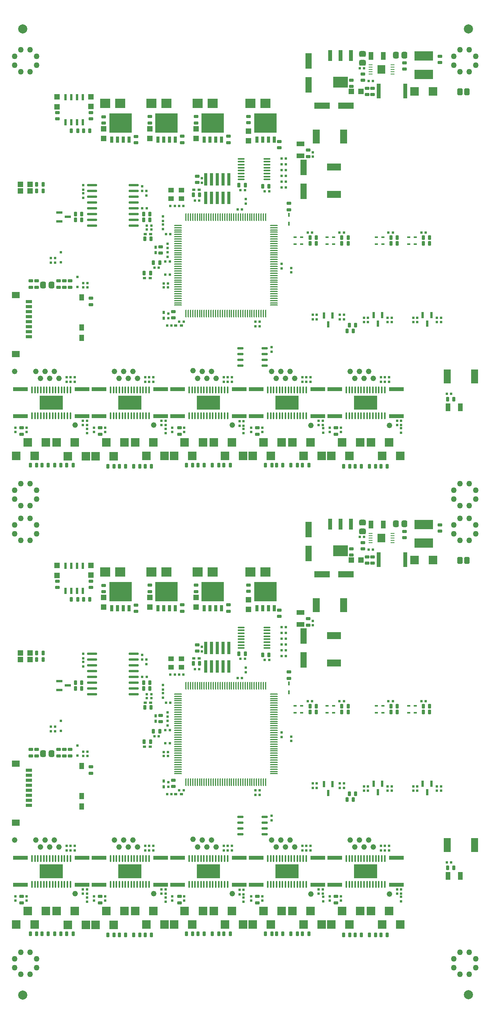
<source format=gtp>
G04 Layer_Color=8421504*
%FSLAX23Y23*%
%MOIN*%
G70*
G01*
G75*
G04:AMPARAMS|DCode=11|XSize=79mil|YSize=79mil|CornerRadius=39mil|HoleSize=0mil|Usage=FLASHONLY|Rotation=90.000|XOffset=0mil|YOffset=0mil|HoleType=Round|Shape=RoundedRectangle|*
%AMROUNDEDRECTD11*
21,1,0.079,0.000,0,0,90.0*
21,1,0.000,0.079,0,0,90.0*
1,1,0.079,0.000,0.000*
1,1,0.079,0.000,0.000*
1,1,0.079,0.000,0.000*
1,1,0.079,0.000,0.000*
%
%ADD11ROUNDEDRECTD11*%
%ADD21C,0.050*%
%ADD122R,0.050X0.040*%
G04:AMPARAMS|DCode=123|XSize=20mil|YSize=22mil|CornerRadius=3mil|HoleSize=0mil|Usage=FLASHONLY|Rotation=180.000|XOffset=0mil|YOffset=0mil|HoleType=Round|Shape=RoundedRectangle|*
%AMROUNDEDRECTD123*
21,1,0.020,0.015,0,0,180.0*
21,1,0.013,0.022,0,0,180.0*
1,1,0.007,-0.007,0.008*
1,1,0.007,0.007,0.008*
1,1,0.007,0.007,-0.008*
1,1,0.007,-0.007,-0.008*
%
%ADD123ROUNDEDRECTD123*%
%ADD124R,0.026X0.054*%
%ADD125R,0.195X0.168*%
G04:AMPARAMS|DCode=126|XSize=20mil|YSize=22mil|CornerRadius=3mil|HoleSize=0mil|Usage=FLASHONLY|Rotation=90.000|XOffset=0mil|YOffset=0mil|HoleType=Round|Shape=RoundedRectangle|*
%AMROUNDEDRECTD126*
21,1,0.020,0.015,0,0,90.0*
21,1,0.013,0.022,0,0,90.0*
1,1,0.007,0.008,0.007*
1,1,0.007,0.008,-0.007*
1,1,0.007,-0.008,-0.007*
1,1,0.007,-0.008,0.007*
%
%ADD126ROUNDEDRECTD126*%
G04:AMPARAMS|DCode=127|XSize=27mil|YSize=37mil|CornerRadius=5mil|HoleSize=0mil|Usage=FLASHONLY|Rotation=90.000|XOffset=0mil|YOffset=0mil|HoleType=Round|Shape=RoundedRectangle|*
%AMROUNDEDRECTD127*
21,1,0.027,0.028,0,0,90.0*
21,1,0.017,0.037,0,0,90.0*
1,1,0.010,0.014,0.009*
1,1,0.010,0.014,-0.009*
1,1,0.010,-0.014,-0.009*
1,1,0.010,-0.014,0.009*
%
%ADD127ROUNDEDRECTD127*%
G04:AMPARAMS|DCode=128|XSize=50mil|YSize=58mil|CornerRadius=12mil|HoleSize=0mil|Usage=FLASHONLY|Rotation=0.000|XOffset=0mil|YOffset=0mil|HoleType=Round|Shape=RoundedRectangle|*
%AMROUNDEDRECTD128*
21,1,0.050,0.034,0,0,0.0*
21,1,0.026,0.058,0,0,0.0*
1,1,0.024,0.013,-0.017*
1,1,0.024,-0.013,-0.017*
1,1,0.024,-0.013,0.017*
1,1,0.024,0.013,0.017*
%
%ADD128ROUNDEDRECTD128*%
%ADD129C,0.048*%
%ADD130O,0.010X0.069*%
%ADD131O,0.069X0.010*%
%ADD132R,0.128X0.033*%
G04:AMPARAMS|DCode=133|XSize=27mil|YSize=37mil|CornerRadius=5mil|HoleSize=0mil|Usage=FLASHONLY|Rotation=180.000|XOffset=0mil|YOffset=0mil|HoleType=Round|Shape=RoundedRectangle|*
%AMROUNDEDRECTD133*
21,1,0.027,0.028,0,0,180.0*
21,1,0.017,0.037,0,0,180.0*
1,1,0.010,-0.009,0.014*
1,1,0.010,0.009,0.014*
1,1,0.010,0.009,-0.014*
1,1,0.010,-0.009,-0.014*
%
%ADD133ROUNDEDRECTD133*%
%ADD134R,0.046X0.046*%
%ADD135O,0.057X0.022*%
%ADD136R,0.053X0.022*%
%ADD137R,0.046X0.046*%
%ADD138O,0.063X0.012*%
%ADD139R,0.089X0.083*%
%ADD140R,0.029X0.022*%
%ADD141R,0.022X0.029*%
%ADD142O,0.089X0.022*%
%ADD143R,0.022X0.053*%
%ADD144R,0.041X0.065*%
G04:AMPARAMS|DCode=145|XSize=50mil|YSize=58mil|CornerRadius=12mil|HoleSize=0mil|Usage=FLASHONLY|Rotation=90.000|XOffset=0mil|YOffset=0mil|HoleType=Round|Shape=RoundedRectangle|*
%AMROUNDEDRECTD145*
21,1,0.050,0.034,0,0,90.0*
21,1,0.026,0.058,0,0,90.0*
1,1,0.024,0.017,0.013*
1,1,0.024,0.017,-0.013*
1,1,0.024,-0.017,-0.013*
1,1,0.024,-0.017,0.013*
%
%ADD145ROUNDEDRECTD145*%
%ADD146R,0.066X0.073*%
%ADD147R,0.038X0.010*%
%ADD148R,0.033X0.128*%
%ADD149R,0.028X0.108*%
%ADD150R,0.037X0.092*%
%ADD151R,0.126X0.092*%
%ADD152R,0.012X0.033*%
%ADD153R,0.163X0.079*%
%ADD154R,0.077X0.077*%
%ADD155R,0.022X0.022*%
%ADD156R,0.132X0.053*%
%ADD157R,0.053X0.132*%
%ADD158R,0.026X0.018*%
%ADD159R,0.061X0.124*%
%ADD160R,0.124X0.061*%
%ADD161R,0.022X0.058*%
%ADD162R,0.065X0.041*%
G04:AMPARAMS|DCode=163|XSize=44mil|YSize=61mil|CornerRadius=11mil|HoleSize=0mil|Usage=FLASHONLY|Rotation=180.000|XOffset=0mil|YOffset=0mil|HoleType=Round|Shape=RoundedRectangle|*
%AMROUNDEDRECTD163*
21,1,0.044,0.040,0,0,180.0*
21,1,0.023,0.061,0,0,180.0*
1,1,0.021,-0.012,0.020*
1,1,0.021,0.012,0.020*
1,1,0.021,0.012,-0.020*
1,1,0.021,-0.012,-0.020*
%
%ADD163ROUNDEDRECTD163*%
%ADD164R,0.065X0.053*%
%ADD165R,0.043X0.057*%
%ADD166R,0.057X0.029*%
%ADD167O,0.012X0.065*%
%ADD168R,0.204X0.120*%
G36*
X2475Y3540D02*
Y3535D01*
X2453D01*
Y3540D01*
X2457Y3544D01*
X2471D01*
X2475Y3540D01*
D02*
G37*
G36*
X2513D02*
Y3535D01*
X2492D01*
Y3540D01*
X2496Y3544D01*
X2510D01*
X2513Y3540D01*
D02*
G37*
G36*
X2437Y3540D02*
Y3535D01*
X2423D01*
Y3544D01*
X2433D01*
X2437Y3540D01*
D02*
G37*
G36*
X2057Y3540D02*
Y3535D01*
X2036D01*
Y3540D01*
X2040Y3544D01*
X2054D01*
X2057Y3540D01*
D02*
G37*
G36*
X2087Y3535D02*
X2074D01*
Y3540D01*
X2078Y3544D01*
X2087D01*
Y3535D01*
D02*
G37*
G36*
X1541Y3649D02*
X1530D01*
Y3701D01*
X1541D01*
Y3649D01*
D02*
G37*
G36*
X1723D02*
X1713D01*
Y3701D01*
X1723D01*
Y3649D01*
D02*
G37*
G36*
X1325D02*
X1315D01*
Y3701D01*
X1325D01*
Y3649D01*
D02*
G37*
G36*
X2543Y3535D02*
X2530D01*
Y3540D01*
X2534Y3544D01*
X2543D01*
Y3535D01*
D02*
G37*
G36*
X1143Y3649D02*
X1132D01*
Y3701D01*
X1143D01*
Y3649D01*
D02*
G37*
G36*
X1288Y3535D02*
X1275D01*
Y3540D01*
X1279Y3544D01*
X1288D01*
Y3535D01*
D02*
G37*
G36*
X1581Y3540D02*
Y3535D01*
X1567D01*
Y3544D01*
X1576D01*
X1581Y3540D01*
D02*
G37*
G36*
X1258Y3540D02*
Y3535D01*
X1237D01*
Y3540D01*
X1241Y3544D01*
X1255D01*
X1258Y3540D01*
D02*
G37*
G36*
X1182Y3540D02*
Y3535D01*
X1168D01*
Y3544D01*
X1178D01*
X1182Y3540D01*
D02*
G37*
G36*
X1220Y3540D02*
Y3535D01*
X1198D01*
Y3540D01*
X1202Y3544D01*
X1216D01*
X1220Y3540D01*
D02*
G37*
G36*
X1982Y3540D02*
Y3535D01*
X1968D01*
Y3544D01*
X1977D01*
X1982Y3540D01*
D02*
G37*
G36*
X2019Y3540D02*
Y3535D01*
X1998D01*
Y3540D01*
X2002Y3544D01*
X2016D01*
X2019Y3540D01*
D02*
G37*
G36*
X1686Y3535D02*
X1673D01*
Y3540D01*
X1677Y3544D01*
X1686D01*
Y3535D01*
D02*
G37*
G36*
X1618Y3540D02*
Y3535D01*
X1597D01*
Y3540D01*
X1601Y3544D01*
X1615D01*
X1618Y3540D01*
D02*
G37*
G36*
X1656D02*
Y3535D01*
X1635D01*
Y3540D01*
X1639Y3544D01*
X1653D01*
X1656Y3540D01*
D02*
G37*
G36*
X2019Y3676D02*
X2016Y3673D01*
X2001D01*
X1997Y3677D01*
Y3701D01*
X2019D01*
Y3676D01*
D02*
G37*
G36*
X2057Y3677D02*
X2053Y3673D01*
X2039D01*
X2035Y3677D01*
Y3701D01*
X2057D01*
Y3677D01*
D02*
G37*
G36*
X1981Y3676D02*
X1978Y3673D01*
X1963D01*
X1959Y3677D01*
Y3701D01*
X1981D01*
Y3676D01*
D02*
G37*
G36*
X1656Y3677D02*
X1652Y3673D01*
X1638D01*
X1634Y3677D01*
Y3701D01*
X1656D01*
Y3677D01*
D02*
G37*
G36*
X1693D02*
X1690Y3673D01*
X1675D01*
X1671Y3677D01*
Y3701D01*
X1693D01*
Y3677D01*
D02*
G37*
G36*
X2513D02*
X2509Y3673D01*
X2495D01*
X2491Y3677D01*
Y3701D01*
X2513D01*
Y3677D01*
D02*
G37*
G36*
X2550D02*
X2547Y3673D01*
X2532D01*
X2528Y3677D01*
Y3701D01*
X2550D01*
Y3677D01*
D02*
G37*
G36*
X2475Y3676D02*
X2471Y3673D01*
X2456D01*
X2452Y3677D01*
Y3701D01*
X2475D01*
Y3676D01*
D02*
G37*
G36*
X2094Y3677D02*
X2091Y3673D01*
X2076D01*
X2072Y3677D01*
Y3701D01*
X2094D01*
Y3677D01*
D02*
G37*
G36*
X2437Y3676D02*
X2433Y3673D01*
X2418D01*
X2414Y3677D01*
Y3701D01*
X2437D01*
Y3676D01*
D02*
G37*
G36*
X2580Y3649D02*
X2570D01*
Y3701D01*
X2580D01*
Y3649D01*
D02*
G37*
G36*
X1182Y3676D02*
X1178Y3673D01*
X1163D01*
X1159Y3677D01*
Y3701D01*
X1182D01*
Y3676D01*
D02*
G37*
G36*
X2398Y3649D02*
X2387D01*
Y3701D01*
X2398D01*
Y3649D01*
D02*
G37*
G36*
X1942D02*
X1931D01*
Y3701D01*
X1942D01*
Y3649D01*
D02*
G37*
G36*
X2124D02*
X2114D01*
Y3701D01*
X2124D01*
Y3649D01*
D02*
G37*
G36*
X1580Y3676D02*
X1577Y3673D01*
X1562D01*
X1558Y3677D01*
Y3701D01*
X1580D01*
Y3676D01*
D02*
G37*
G36*
X1618D02*
X1615Y3673D01*
X1600D01*
X1596Y3677D01*
Y3701D01*
X1618D01*
Y3676D01*
D02*
G37*
G36*
X1295Y3677D02*
X1292Y3673D01*
X1277D01*
X1273Y3677D01*
Y3701D01*
X1295D01*
Y3677D01*
D02*
G37*
G36*
X1220Y3676D02*
X1216Y3673D01*
X1201D01*
X1197Y3677D01*
Y3701D01*
X1220D01*
Y3676D01*
D02*
G37*
G36*
X1258Y3677D02*
X1254Y3673D01*
X1240D01*
X1236Y3677D01*
Y3701D01*
X1258D01*
Y3677D01*
D02*
G37*
G36*
X2475Y7590D02*
Y7585D01*
X2453D01*
Y7590D01*
X2457Y7594D01*
X2471D01*
X2475Y7590D01*
D02*
G37*
G36*
X2513D02*
Y7585D01*
X2492D01*
Y7590D01*
X2496Y7594D01*
X2510D01*
X2513Y7590D01*
D02*
G37*
G36*
X2437Y7590D02*
Y7585D01*
X2423D01*
Y7594D01*
X2433D01*
X2437Y7590D01*
D02*
G37*
G36*
X2057Y7590D02*
Y7585D01*
X2036D01*
Y7590D01*
X2040Y7594D01*
X2054D01*
X2057Y7590D01*
D02*
G37*
G36*
X2087Y7585D02*
X2074D01*
Y7590D01*
X2078Y7594D01*
X2087D01*
Y7585D01*
D02*
G37*
G36*
X1541Y7699D02*
X1530D01*
Y7751D01*
X1541D01*
Y7699D01*
D02*
G37*
G36*
X1723D02*
X1713D01*
Y7751D01*
X1723D01*
Y7699D01*
D02*
G37*
G36*
X1325D02*
X1315D01*
Y7751D01*
X1325D01*
Y7699D01*
D02*
G37*
G36*
X2543Y7585D02*
X2530D01*
Y7590D01*
X2534Y7594D01*
X2543D01*
Y7585D01*
D02*
G37*
G36*
X1143Y7699D02*
X1132D01*
Y7751D01*
X1143D01*
Y7699D01*
D02*
G37*
G36*
X1288Y7585D02*
X1275D01*
Y7590D01*
X1279Y7594D01*
X1288D01*
Y7585D01*
D02*
G37*
G36*
X1581Y7590D02*
Y7585D01*
X1567D01*
Y7594D01*
X1576D01*
X1581Y7590D01*
D02*
G37*
G36*
X1258Y7590D02*
Y7585D01*
X1237D01*
Y7590D01*
X1241Y7594D01*
X1255D01*
X1258Y7590D01*
D02*
G37*
G36*
X1182Y7590D02*
Y7585D01*
X1168D01*
Y7594D01*
X1178D01*
X1182Y7590D01*
D02*
G37*
G36*
X1220Y7590D02*
Y7585D01*
X1198D01*
Y7590D01*
X1202Y7594D01*
X1216D01*
X1220Y7590D01*
D02*
G37*
G36*
X1982Y7590D02*
Y7585D01*
X1968D01*
Y7594D01*
X1977D01*
X1982Y7590D01*
D02*
G37*
G36*
X2019Y7590D02*
Y7585D01*
X1998D01*
Y7590D01*
X2002Y7594D01*
X2016D01*
X2019Y7590D01*
D02*
G37*
G36*
X1686Y7585D02*
X1673D01*
Y7590D01*
X1677Y7594D01*
X1686D01*
Y7585D01*
D02*
G37*
G36*
X1618Y7590D02*
Y7585D01*
X1597D01*
Y7590D01*
X1601Y7594D01*
X1615D01*
X1618Y7590D01*
D02*
G37*
G36*
X1656D02*
Y7585D01*
X1635D01*
Y7590D01*
X1639Y7594D01*
X1653D01*
X1656Y7590D01*
D02*
G37*
G36*
X2019Y7726D02*
X2016Y7723D01*
X2001D01*
X1997Y7727D01*
Y7751D01*
X2019D01*
Y7726D01*
D02*
G37*
G36*
X2057Y7727D02*
X2053Y7723D01*
X2039D01*
X2035Y7727D01*
Y7751D01*
X2057D01*
Y7727D01*
D02*
G37*
G36*
X1981Y7726D02*
X1978Y7723D01*
X1963D01*
X1959Y7727D01*
Y7751D01*
X1981D01*
Y7726D01*
D02*
G37*
G36*
X1656Y7727D02*
X1652Y7723D01*
X1638D01*
X1634Y7727D01*
Y7751D01*
X1656D01*
Y7727D01*
D02*
G37*
G36*
X1693D02*
X1690Y7723D01*
X1675D01*
X1671Y7727D01*
Y7751D01*
X1693D01*
Y7727D01*
D02*
G37*
G36*
X2513D02*
X2509Y7723D01*
X2495D01*
X2491Y7727D01*
Y7751D01*
X2513D01*
Y7727D01*
D02*
G37*
G36*
X2550D02*
X2547Y7723D01*
X2532D01*
X2528Y7727D01*
Y7751D01*
X2550D01*
Y7727D01*
D02*
G37*
G36*
X2475Y7726D02*
X2471Y7723D01*
X2456D01*
X2452Y7727D01*
Y7751D01*
X2475D01*
Y7726D01*
D02*
G37*
G36*
X2094Y7727D02*
X2091Y7723D01*
X2076D01*
X2072Y7727D01*
Y7751D01*
X2094D01*
Y7727D01*
D02*
G37*
G36*
X2437Y7726D02*
X2433Y7723D01*
X2418D01*
X2414Y7727D01*
Y7751D01*
X2437D01*
Y7726D01*
D02*
G37*
G36*
X2580Y7699D02*
X2570D01*
Y7751D01*
X2580D01*
Y7699D01*
D02*
G37*
G36*
X1182Y7726D02*
X1178Y7723D01*
X1163D01*
X1159Y7727D01*
Y7751D01*
X1182D01*
Y7726D01*
D02*
G37*
G36*
X2398Y7699D02*
X2387D01*
Y7751D01*
X2398D01*
Y7699D01*
D02*
G37*
G36*
X1942D02*
X1931D01*
Y7751D01*
X1942D01*
Y7699D01*
D02*
G37*
G36*
X2124D02*
X2114D01*
Y7751D01*
X2124D01*
Y7699D01*
D02*
G37*
G36*
X1580Y7726D02*
X1577Y7723D01*
X1562D01*
X1558Y7727D01*
Y7751D01*
X1580D01*
Y7726D01*
D02*
G37*
G36*
X1618D02*
X1615Y7723D01*
X1600D01*
X1596Y7727D01*
Y7751D01*
X1618D01*
Y7726D01*
D02*
G37*
G36*
X1295Y7727D02*
X1292Y7723D01*
X1277D01*
X1273Y7727D01*
Y7751D01*
X1295D01*
Y7727D01*
D02*
G37*
G36*
X1220Y7726D02*
X1216Y7723D01*
X1201D01*
X1197Y7727D01*
Y7751D01*
X1220D01*
Y7726D01*
D02*
G37*
G36*
X1258Y7727D02*
X1254Y7723D01*
X1240D01*
X1236Y7727D01*
Y7751D01*
X1258D01*
Y7727D01*
D02*
G37*
D11*
X381Y131D02*
D03*
X4240Y134D02*
D03*
Y8482D02*
D03*
X381D02*
D03*
D21*
X4301Y4117D02*
D03*
Y4195D02*
D03*
X4245Y4251D02*
D03*
X4167D02*
D03*
X4112Y4195D02*
D03*
Y4117D02*
D03*
X4167Y4062D02*
D03*
X4245D02*
D03*
X501Y4117D02*
D03*
Y4195D02*
D03*
X445Y4251D02*
D03*
X367D02*
D03*
X312Y4195D02*
D03*
Y4117D02*
D03*
X367Y4062D02*
D03*
X445D02*
D03*
X501Y367D02*
D03*
Y445D02*
D03*
X445Y501D02*
D03*
X367D02*
D03*
X312Y445D02*
D03*
Y367D02*
D03*
X367Y312D02*
D03*
X445D02*
D03*
X4301Y367D02*
D03*
Y445D02*
D03*
X4245Y501D02*
D03*
X4167D02*
D03*
X4112Y445D02*
D03*
Y367D02*
D03*
X4167Y312D02*
D03*
X4245D02*
D03*
X4301Y8167D02*
D03*
Y8245D02*
D03*
X4245Y8301D02*
D03*
X4167D02*
D03*
X4112Y8245D02*
D03*
Y8167D02*
D03*
X4167Y8112D02*
D03*
X4245D02*
D03*
X501Y8167D02*
D03*
Y8245D02*
D03*
X445Y8301D02*
D03*
X367D02*
D03*
X312Y8245D02*
D03*
Y8167D02*
D03*
X367Y8112D02*
D03*
X445D02*
D03*
X501Y4417D02*
D03*
Y4495D02*
D03*
X445Y4551D02*
D03*
X367D02*
D03*
X312Y4495D02*
D03*
Y4417D02*
D03*
X367Y4362D02*
D03*
X445D02*
D03*
X4301Y4417D02*
D03*
Y4495D02*
D03*
X4245Y4551D02*
D03*
X4167D02*
D03*
X4112Y4495D02*
D03*
Y4417D02*
D03*
X4167Y4362D02*
D03*
X4245D02*
D03*
D122*
X1666Y2965D02*
D03*
X1757D02*
D03*
Y3038D02*
D03*
X1666D02*
D03*
Y7015D02*
D03*
X1757D02*
D03*
Y7088D02*
D03*
X1666D02*
D03*
D123*
X1617Y2421D02*
D03*
X1655D02*
D03*
X2622Y3311D02*
D03*
X2660D02*
D03*
X2622Y3261D02*
D03*
X2660D02*
D03*
X2622Y3211D02*
D03*
X2660D02*
D03*
X2622Y3161D02*
D03*
X2660D02*
D03*
X2622Y3111D02*
D03*
X2660D02*
D03*
X2622Y3061D02*
D03*
X2660D02*
D03*
X3585Y2671D02*
D03*
X3547D02*
D03*
X3870D02*
D03*
X3832D02*
D03*
X1872Y2946D02*
D03*
X1910D02*
D03*
X1522Y2366D02*
D03*
X1560D02*
D03*
X1602Y2231D02*
D03*
X1640D02*
D03*
X2242Y2871D02*
D03*
X2280D02*
D03*
X1602Y2196D02*
D03*
X1640D02*
D03*
X1617Y2306D02*
D03*
X1655D02*
D03*
X1622Y2656D02*
D03*
X1660D02*
D03*
X3413Y3982D02*
D03*
X3376D02*
D03*
X3299Y4090D02*
D03*
X3337D02*
D03*
X1632Y1866D02*
D03*
X1670D02*
D03*
X1737Y1901D02*
D03*
X1775D02*
D03*
X2305Y3036D02*
D03*
X2267D02*
D03*
X2477Y3026D02*
D03*
X2515D02*
D03*
X3161Y2671D02*
D03*
X3123D02*
D03*
X2886D02*
D03*
X2848D02*
D03*
X1660Y2901D02*
D03*
X1698D02*
D03*
X1772D02*
D03*
X1735D02*
D03*
X1457Y2731D02*
D03*
X1495D02*
D03*
X1457Y2696D02*
D03*
X1495D02*
D03*
X4090Y1276D02*
D03*
X4052D02*
D03*
X1455Y2881D02*
D03*
X1417D02*
D03*
X1617Y6471D02*
D03*
X1655D02*
D03*
X2622Y7361D02*
D03*
X2660D02*
D03*
X2622Y7311D02*
D03*
X2660D02*
D03*
X2622Y7261D02*
D03*
X2660D02*
D03*
X2622Y7211D02*
D03*
X2660D02*
D03*
X2622Y7161D02*
D03*
X2660D02*
D03*
X2622Y7111D02*
D03*
X2660D02*
D03*
X3585Y6721D02*
D03*
X3547D02*
D03*
X3870D02*
D03*
X3832D02*
D03*
X1872Y6996D02*
D03*
X1910D02*
D03*
X1522Y6416D02*
D03*
X1560D02*
D03*
X1602Y6281D02*
D03*
X1640D02*
D03*
X2242Y6921D02*
D03*
X2280D02*
D03*
X1602Y6246D02*
D03*
X1640D02*
D03*
X1617Y6356D02*
D03*
X1655D02*
D03*
X1622Y6706D02*
D03*
X1660D02*
D03*
X3413Y8032D02*
D03*
X3376D02*
D03*
X3299Y8140D02*
D03*
X3337D02*
D03*
X1632Y5916D02*
D03*
X1670D02*
D03*
X1737Y5951D02*
D03*
X1775D02*
D03*
X2305Y7086D02*
D03*
X2267D02*
D03*
X2477Y7076D02*
D03*
X2515D02*
D03*
X3161Y6721D02*
D03*
X3123D02*
D03*
X2886D02*
D03*
X2848D02*
D03*
X1660Y6951D02*
D03*
X1698D02*
D03*
X1772D02*
D03*
X1735D02*
D03*
X1457Y6781D02*
D03*
X1495D02*
D03*
X1457Y6746D02*
D03*
X1495D02*
D03*
X4090Y5326D02*
D03*
X4052D02*
D03*
X1455Y6931D02*
D03*
X1417D02*
D03*
D124*
X2408Y3473D02*
D03*
X2458D02*
D03*
X2508D02*
D03*
X2558D02*
D03*
X1952D02*
D03*
X2002D02*
D03*
X2052D02*
D03*
X2102D02*
D03*
X1551D02*
D03*
X1601D02*
D03*
X1651D02*
D03*
X1701D02*
D03*
X1153D02*
D03*
X1203D02*
D03*
X1253D02*
D03*
X1303D02*
D03*
X2408Y7523D02*
D03*
X2458D02*
D03*
X2508D02*
D03*
X2558D02*
D03*
X1952D02*
D03*
X2002D02*
D03*
X2052D02*
D03*
X2102D02*
D03*
X1551D02*
D03*
X1601D02*
D03*
X1651D02*
D03*
X1701D02*
D03*
X1153D02*
D03*
X1203D02*
D03*
X1253D02*
D03*
X1303D02*
D03*
D125*
X2483Y3617D02*
D03*
X2027D02*
D03*
X1626D02*
D03*
X1228D02*
D03*
X2483Y7667D02*
D03*
X2027D02*
D03*
X1626D02*
D03*
X1228D02*
D03*
D126*
X661Y2412D02*
D03*
Y2450D02*
D03*
X2536Y1680D02*
D03*
Y1642D02*
D03*
X3335Y1934D02*
D03*
Y1896D02*
D03*
X3761Y1935D02*
D03*
Y1897D02*
D03*
X2891Y1960D02*
D03*
Y1922D02*
D03*
X3575Y1934D02*
D03*
Y1896D02*
D03*
X4001Y1935D02*
D03*
Y1897D02*
D03*
X3161Y1960D02*
D03*
Y1922D02*
D03*
X3370Y1896D02*
D03*
Y1934D02*
D03*
X3796Y1897D02*
D03*
Y1935D02*
D03*
X3540Y1896D02*
D03*
Y1934D02*
D03*
X3966Y1897D02*
D03*
Y1935D02*
D03*
X3126Y1922D02*
D03*
Y1960D02*
D03*
X1641Y1970D02*
D03*
Y1932D02*
D03*
X2311Y2960D02*
D03*
Y2922D02*
D03*
X2706Y2365D02*
D03*
Y2327D02*
D03*
X2396Y1862D02*
D03*
Y1900D02*
D03*
X1636Y2537D02*
D03*
Y2575D02*
D03*
X2431Y1862D02*
D03*
Y1900D02*
D03*
X2621Y2400D02*
D03*
Y2362D02*
D03*
X1636Y2500D02*
D03*
Y2462D02*
D03*
X1451Y3030D02*
D03*
Y2992D02*
D03*
X1416Y3032D02*
D03*
Y3070D02*
D03*
X906Y3042D02*
D03*
Y3080D02*
D03*
Y3010D02*
D03*
Y2972D02*
D03*
X761Y1420D02*
D03*
Y1382D02*
D03*
X796Y1420D02*
D03*
Y1382D02*
D03*
X319Y985D02*
D03*
Y947D02*
D03*
X831Y1420D02*
D03*
Y1382D02*
D03*
X904Y1045D02*
D03*
Y1007D02*
D03*
X417Y984D02*
D03*
Y946D02*
D03*
X1441Y1420D02*
D03*
Y1382D02*
D03*
X1476Y1420D02*
D03*
Y1382D02*
D03*
X999Y985D02*
D03*
Y947D02*
D03*
X1511Y1420D02*
D03*
Y1382D02*
D03*
X1582Y1044D02*
D03*
Y1006D02*
D03*
X1097Y984D02*
D03*
Y946D02*
D03*
X2801Y1420D02*
D03*
Y1382D02*
D03*
X2836Y1420D02*
D03*
Y1382D02*
D03*
X2359Y985D02*
D03*
Y947D02*
D03*
X2871Y1420D02*
D03*
Y1382D02*
D03*
X2944Y1045D02*
D03*
Y1007D02*
D03*
X2457Y984D02*
D03*
Y946D02*
D03*
X3481Y1420D02*
D03*
Y1382D02*
D03*
X3516Y1420D02*
D03*
Y1382D02*
D03*
X3039Y985D02*
D03*
Y947D02*
D03*
X3551Y1420D02*
D03*
Y1382D02*
D03*
X3621Y1045D02*
D03*
Y1007D02*
D03*
X3137Y984D02*
D03*
Y946D02*
D03*
X626Y2450D02*
D03*
Y2412D02*
D03*
X2260Y1002D02*
D03*
Y1040D02*
D03*
X1780Y947D02*
D03*
Y985D02*
D03*
X1675Y947D02*
D03*
Y985D02*
D03*
X2121Y1382D02*
D03*
Y1420D02*
D03*
X2156Y1382D02*
D03*
Y1420D02*
D03*
X2191Y1382D02*
D03*
Y1420D02*
D03*
X1931Y3140D02*
D03*
Y3102D02*
D03*
X939Y1045D02*
D03*
Y1007D02*
D03*
X1619Y1045D02*
D03*
Y1007D02*
D03*
X2979Y1045D02*
D03*
Y1007D02*
D03*
X3656Y1045D02*
D03*
Y1007D02*
D03*
X2294Y1040D02*
D03*
Y1002D02*
D03*
X1596Y2702D02*
D03*
Y2740D02*
D03*
Y2810D02*
D03*
Y2772D02*
D03*
X2891Y3327D02*
D03*
Y3365D02*
D03*
X2926Y1960D02*
D03*
Y1922D02*
D03*
X2294Y975D02*
D03*
Y937D02*
D03*
X939Y975D02*
D03*
Y937D02*
D03*
X1619Y975D02*
D03*
Y937D02*
D03*
X2981Y980D02*
D03*
Y942D02*
D03*
X3656Y980D02*
D03*
Y942D02*
D03*
X906Y2235D02*
D03*
Y2197D02*
D03*
X941Y2235D02*
D03*
Y2197D02*
D03*
X661Y6462D02*
D03*
Y6500D02*
D03*
X2536Y5730D02*
D03*
Y5692D02*
D03*
X3335Y5984D02*
D03*
Y5946D02*
D03*
X3761Y5985D02*
D03*
Y5947D02*
D03*
X2891Y6010D02*
D03*
Y5972D02*
D03*
X3575Y5984D02*
D03*
Y5946D02*
D03*
X4001Y5985D02*
D03*
Y5947D02*
D03*
X3161Y6010D02*
D03*
Y5972D02*
D03*
X3370Y5946D02*
D03*
Y5984D02*
D03*
X3796Y5947D02*
D03*
Y5985D02*
D03*
X3540Y5946D02*
D03*
Y5984D02*
D03*
X3966Y5947D02*
D03*
Y5985D02*
D03*
X3126Y5972D02*
D03*
Y6010D02*
D03*
X1641Y6020D02*
D03*
Y5982D02*
D03*
X2311Y7010D02*
D03*
Y6972D02*
D03*
X2706Y6415D02*
D03*
Y6377D02*
D03*
X2396Y5912D02*
D03*
Y5950D02*
D03*
X1636Y6587D02*
D03*
Y6625D02*
D03*
X2431Y5912D02*
D03*
Y5950D02*
D03*
X2621Y6450D02*
D03*
Y6412D02*
D03*
X1636Y6550D02*
D03*
Y6512D02*
D03*
X1451Y7080D02*
D03*
Y7042D02*
D03*
X1416Y7082D02*
D03*
Y7120D02*
D03*
X906Y7092D02*
D03*
Y7130D02*
D03*
Y7060D02*
D03*
Y7022D02*
D03*
X761Y5470D02*
D03*
Y5432D02*
D03*
X796Y5470D02*
D03*
Y5432D02*
D03*
X319Y5035D02*
D03*
Y4997D02*
D03*
X831Y5470D02*
D03*
Y5432D02*
D03*
X904Y5095D02*
D03*
Y5057D02*
D03*
X417Y5034D02*
D03*
Y4996D02*
D03*
X1441Y5470D02*
D03*
Y5432D02*
D03*
X1476Y5470D02*
D03*
Y5432D02*
D03*
X999Y5035D02*
D03*
Y4997D02*
D03*
X1511Y5470D02*
D03*
Y5432D02*
D03*
X1582Y5094D02*
D03*
Y5056D02*
D03*
X1097Y5034D02*
D03*
Y4996D02*
D03*
X2801Y5470D02*
D03*
Y5432D02*
D03*
X2836Y5470D02*
D03*
Y5432D02*
D03*
X2359Y5035D02*
D03*
Y4997D02*
D03*
X2871Y5470D02*
D03*
Y5432D02*
D03*
X2944Y5095D02*
D03*
Y5057D02*
D03*
X2457Y5034D02*
D03*
Y4996D02*
D03*
X3481Y5470D02*
D03*
Y5432D02*
D03*
X3516Y5470D02*
D03*
Y5432D02*
D03*
X3039Y5035D02*
D03*
Y4997D02*
D03*
X3551Y5470D02*
D03*
Y5432D02*
D03*
X3621Y5095D02*
D03*
Y5057D02*
D03*
X3137Y5034D02*
D03*
Y4996D02*
D03*
X626Y6500D02*
D03*
Y6462D02*
D03*
X2260Y5052D02*
D03*
Y5090D02*
D03*
X1780Y4997D02*
D03*
Y5035D02*
D03*
X1675Y4997D02*
D03*
Y5035D02*
D03*
X2121Y5432D02*
D03*
Y5470D02*
D03*
X2156Y5432D02*
D03*
Y5470D02*
D03*
X2191Y5432D02*
D03*
Y5470D02*
D03*
X1931Y7190D02*
D03*
Y7152D02*
D03*
X939Y5095D02*
D03*
Y5057D02*
D03*
X1619Y5095D02*
D03*
Y5057D02*
D03*
X2979Y5095D02*
D03*
Y5057D02*
D03*
X3656Y5095D02*
D03*
Y5057D02*
D03*
X2294Y5090D02*
D03*
Y5052D02*
D03*
X1596Y6752D02*
D03*
Y6790D02*
D03*
Y6860D02*
D03*
Y6822D02*
D03*
X2891Y7377D02*
D03*
Y7415D02*
D03*
X2926Y6010D02*
D03*
Y5972D02*
D03*
X2294Y5025D02*
D03*
Y4987D02*
D03*
X939Y5025D02*
D03*
Y4987D02*
D03*
X1619Y5025D02*
D03*
Y4987D02*
D03*
X2981Y5030D02*
D03*
Y4992D02*
D03*
X3656Y5030D02*
D03*
Y4992D02*
D03*
X906Y6285D02*
D03*
Y6247D02*
D03*
X941Y6285D02*
D03*
Y6247D02*
D03*
D127*
X791Y2253D02*
D03*
Y2199D02*
D03*
X741Y2253D02*
D03*
Y2199D02*
D03*
X451Y2199D02*
D03*
Y2253D02*
D03*
X501Y2199D02*
D03*
Y2253D02*
D03*
X691Y2199D02*
D03*
Y2253D02*
D03*
X2686Y2923D02*
D03*
Y2869D02*
D03*
X2602Y3459D02*
D03*
Y3405D02*
D03*
X2162Y3503D02*
D03*
Y3449D02*
D03*
X1762Y3503D02*
D03*
Y3449D02*
D03*
X1362Y3502D02*
D03*
Y3448D02*
D03*
X2337Y3674D02*
D03*
Y3620D02*
D03*
X1881Y3673D02*
D03*
Y3619D02*
D03*
X1481Y3673D02*
D03*
Y3619D02*
D03*
X1081Y3672D02*
D03*
Y3618D02*
D03*
X971Y3654D02*
D03*
Y3708D02*
D03*
X681Y3654D02*
D03*
Y3708D02*
D03*
X3994Y4140D02*
D03*
Y4194D02*
D03*
X3685Y4083D02*
D03*
Y4136D02*
D03*
X3325Y4040D02*
D03*
Y3987D02*
D03*
X3409Y3863D02*
D03*
Y3916D02*
D03*
X3226Y3988D02*
D03*
Y3934D02*
D03*
X3361Y3918D02*
D03*
Y3864D02*
D03*
X1686Y1934D02*
D03*
Y1988D02*
D03*
X1576Y2494D02*
D03*
Y2548D02*
D03*
X1891Y3104D02*
D03*
Y3158D02*
D03*
X1739Y983D02*
D03*
Y929D02*
D03*
X374Y983D02*
D03*
Y929D02*
D03*
X1054Y983D02*
D03*
Y929D02*
D03*
X2414Y983D02*
D03*
Y929D02*
D03*
X3094Y983D02*
D03*
Y929D02*
D03*
X2851Y3383D02*
D03*
Y3329D02*
D03*
X971Y2049D02*
D03*
Y2103D02*
D03*
X791Y6303D02*
D03*
Y6249D02*
D03*
X741Y6303D02*
D03*
Y6249D02*
D03*
X451Y6249D02*
D03*
Y6303D02*
D03*
X501Y6249D02*
D03*
Y6303D02*
D03*
X691Y6249D02*
D03*
Y6303D02*
D03*
X2686Y6973D02*
D03*
Y6919D02*
D03*
X2602Y7509D02*
D03*
Y7455D02*
D03*
X2162Y7553D02*
D03*
Y7499D02*
D03*
X1762Y7553D02*
D03*
Y7499D02*
D03*
X1362Y7552D02*
D03*
Y7498D02*
D03*
X2337Y7724D02*
D03*
Y7670D02*
D03*
X1881Y7723D02*
D03*
Y7669D02*
D03*
X1481Y7723D02*
D03*
Y7669D02*
D03*
X1081Y7722D02*
D03*
Y7668D02*
D03*
X971Y7704D02*
D03*
Y7758D02*
D03*
X681Y7704D02*
D03*
Y7758D02*
D03*
X3994Y8190D02*
D03*
Y8244D02*
D03*
X3685Y8133D02*
D03*
Y8186D02*
D03*
X3325Y8090D02*
D03*
Y8037D02*
D03*
X3409Y7913D02*
D03*
Y7966D02*
D03*
X3226Y8038D02*
D03*
Y7984D02*
D03*
X3361Y7968D02*
D03*
Y7914D02*
D03*
X1686Y5984D02*
D03*
Y6038D02*
D03*
X1576Y6544D02*
D03*
Y6598D02*
D03*
X1891Y7154D02*
D03*
Y7208D02*
D03*
X1739Y5033D02*
D03*
Y4979D02*
D03*
X374Y5033D02*
D03*
Y4979D02*
D03*
X1054Y5033D02*
D03*
Y4979D02*
D03*
X2414Y5033D02*
D03*
Y4979D02*
D03*
X3094Y5033D02*
D03*
Y4979D02*
D03*
X2851Y7433D02*
D03*
Y7379D02*
D03*
X971Y6099D02*
D03*
Y6153D02*
D03*
D128*
X559Y2216D02*
D03*
X634D02*
D03*
X3687Y4205D02*
D03*
X3611D02*
D03*
X559Y6266D02*
D03*
X634D02*
D03*
X3687Y8255D02*
D03*
X3611D02*
D03*
D129*
X3416Y1411D02*
D03*
X3376Y1471D02*
D03*
X3296D02*
D03*
X3336Y1411D02*
D03*
X3256D02*
D03*
X3216Y1471D02*
D03*
X2736Y1411D02*
D03*
X2656D02*
D03*
X2696Y1471D02*
D03*
X2616D02*
D03*
X2576Y1411D02*
D03*
X2536Y1471D02*
D03*
X2056Y1411D02*
D03*
X2016Y1471D02*
D03*
X1976Y1411D02*
D03*
X1896D02*
D03*
X1936Y1471D02*
D03*
X1856Y1476D02*
D03*
X1216Y1411D02*
D03*
X1296D02*
D03*
X1376D02*
D03*
X1336Y1471D02*
D03*
X1256D02*
D03*
X1176D02*
D03*
X496D02*
D03*
X576D02*
D03*
X536Y1411D02*
D03*
X616D02*
D03*
X696D02*
D03*
X656Y1471D02*
D03*
X311D02*
D03*
X2196Y1006D02*
D03*
X3556Y1005D02*
D03*
X2876D02*
D03*
X1517Y1007D02*
D03*
X836Y1006D02*
D03*
X3416Y5461D02*
D03*
X3376Y5521D02*
D03*
X3296D02*
D03*
X3336Y5461D02*
D03*
X3256D02*
D03*
X3216Y5521D02*
D03*
X2736Y5461D02*
D03*
X2656D02*
D03*
X2696Y5521D02*
D03*
X2616D02*
D03*
X2576Y5461D02*
D03*
X2536Y5521D02*
D03*
X2056Y5461D02*
D03*
X2016Y5521D02*
D03*
X1976Y5461D02*
D03*
X1896D02*
D03*
X1936Y5521D02*
D03*
X1856Y5526D02*
D03*
X1216Y5461D02*
D03*
X1296D02*
D03*
X1376D02*
D03*
X1336Y5521D02*
D03*
X1256D02*
D03*
X1176D02*
D03*
X496D02*
D03*
X576D02*
D03*
X536Y5461D02*
D03*
X616D02*
D03*
X696D02*
D03*
X656Y5521D02*
D03*
X311D02*
D03*
X2196Y5056D02*
D03*
X3556Y5055D02*
D03*
X2876D02*
D03*
X1517Y5057D02*
D03*
X836Y5056D02*
D03*
D130*
X2486Y2803D02*
D03*
X2466D02*
D03*
X2446D02*
D03*
X2427D02*
D03*
X2407D02*
D03*
X2387D02*
D03*
X2367D02*
D03*
X2348D02*
D03*
X2328D02*
D03*
X2308D02*
D03*
X2289D02*
D03*
X2269D02*
D03*
X2249D02*
D03*
X2230D02*
D03*
X2210D02*
D03*
X2190D02*
D03*
X2171D02*
D03*
X2151D02*
D03*
X2131D02*
D03*
X2112D02*
D03*
X2092D02*
D03*
X2072D02*
D03*
X2053D02*
D03*
X2033D02*
D03*
X2013D02*
D03*
X1993D02*
D03*
X1974D02*
D03*
X1954D02*
D03*
X1934D02*
D03*
X1915D02*
D03*
X1895D02*
D03*
X1875D02*
D03*
X1856D02*
D03*
X1836D02*
D03*
X1816D02*
D03*
X1797D02*
D03*
Y1972D02*
D03*
X1816D02*
D03*
X1836D02*
D03*
X1856D02*
D03*
X1875D02*
D03*
X1895D02*
D03*
X1915D02*
D03*
X1934D02*
D03*
X1954D02*
D03*
X1974D02*
D03*
X1993D02*
D03*
X2013D02*
D03*
X2033D02*
D03*
X2053D02*
D03*
X2072D02*
D03*
X2092D02*
D03*
X2112D02*
D03*
X2131D02*
D03*
X2151D02*
D03*
X2171D02*
D03*
X2190D02*
D03*
X2210D02*
D03*
X2230D02*
D03*
X2249D02*
D03*
X2269D02*
D03*
X2289D02*
D03*
X2308D02*
D03*
X2328D02*
D03*
X2348D02*
D03*
X2367D02*
D03*
X2387D02*
D03*
X2407D02*
D03*
X2427D02*
D03*
X2446D02*
D03*
X2466D02*
D03*
X2486D02*
D03*
Y6853D02*
D03*
X2466D02*
D03*
X2446D02*
D03*
X2427D02*
D03*
X2407D02*
D03*
X2387D02*
D03*
X2367D02*
D03*
X2348D02*
D03*
X2328D02*
D03*
X2308D02*
D03*
X2289D02*
D03*
X2269D02*
D03*
X2249D02*
D03*
X2230D02*
D03*
X2210D02*
D03*
X2190D02*
D03*
X2171D02*
D03*
X2151D02*
D03*
X2131D02*
D03*
X2112D02*
D03*
X2092D02*
D03*
X2072D02*
D03*
X2053D02*
D03*
X2033D02*
D03*
X2013D02*
D03*
X1993D02*
D03*
X1974D02*
D03*
X1954D02*
D03*
X1934D02*
D03*
X1915D02*
D03*
X1895D02*
D03*
X1875D02*
D03*
X1856D02*
D03*
X1836D02*
D03*
X1816D02*
D03*
X1797D02*
D03*
Y6022D02*
D03*
X1816D02*
D03*
X1836D02*
D03*
X1856D02*
D03*
X1875D02*
D03*
X1895D02*
D03*
X1915D02*
D03*
X1934D02*
D03*
X1954D02*
D03*
X1974D02*
D03*
X1993D02*
D03*
X2013D02*
D03*
X2033D02*
D03*
X2053D02*
D03*
X2072D02*
D03*
X2092D02*
D03*
X2112D02*
D03*
X2131D02*
D03*
X2151D02*
D03*
X2171D02*
D03*
X2190D02*
D03*
X2210D02*
D03*
X2230D02*
D03*
X2249D02*
D03*
X2269D02*
D03*
X2289D02*
D03*
X2308D02*
D03*
X2328D02*
D03*
X2348D02*
D03*
X2367D02*
D03*
X2387D02*
D03*
X2407D02*
D03*
X2427D02*
D03*
X2446D02*
D03*
X2466D02*
D03*
X2486D02*
D03*
D131*
X1726Y2732D02*
D03*
Y2712D02*
D03*
Y2692D02*
D03*
Y2673D02*
D03*
Y2653D02*
D03*
Y2633D02*
D03*
Y2614D02*
D03*
Y2594D02*
D03*
Y2574D02*
D03*
Y2555D02*
D03*
Y2535D02*
D03*
Y2515D02*
D03*
Y2495D02*
D03*
Y2476D02*
D03*
Y2456D02*
D03*
Y2436D02*
D03*
Y2417D02*
D03*
Y2397D02*
D03*
Y2377D02*
D03*
Y2358D02*
D03*
Y2338D02*
D03*
Y2318D02*
D03*
Y2299D02*
D03*
Y2279D02*
D03*
Y2259D02*
D03*
Y2240D02*
D03*
Y2220D02*
D03*
Y2200D02*
D03*
Y2181D02*
D03*
Y2161D02*
D03*
Y2141D02*
D03*
Y2121D02*
D03*
Y2102D02*
D03*
Y2082D02*
D03*
Y2062D02*
D03*
Y2043D02*
D03*
X2556D02*
D03*
Y2062D02*
D03*
Y2082D02*
D03*
Y2102D02*
D03*
Y2121D02*
D03*
Y2141D02*
D03*
Y2161D02*
D03*
Y2181D02*
D03*
Y2200D02*
D03*
Y2220D02*
D03*
Y2240D02*
D03*
Y2259D02*
D03*
Y2279D02*
D03*
Y2299D02*
D03*
Y2318D02*
D03*
Y2338D02*
D03*
Y2358D02*
D03*
Y2377D02*
D03*
Y2397D02*
D03*
Y2417D02*
D03*
Y2436D02*
D03*
Y2456D02*
D03*
Y2476D02*
D03*
Y2495D02*
D03*
Y2515D02*
D03*
Y2535D02*
D03*
Y2555D02*
D03*
Y2574D02*
D03*
Y2594D02*
D03*
Y2614D02*
D03*
Y2633D02*
D03*
Y2653D02*
D03*
Y2673D02*
D03*
Y2692D02*
D03*
Y2712D02*
D03*
Y2732D02*
D03*
X1726Y6782D02*
D03*
Y6762D02*
D03*
Y6742D02*
D03*
Y6723D02*
D03*
Y6703D02*
D03*
Y6683D02*
D03*
Y6664D02*
D03*
Y6644D02*
D03*
Y6624D02*
D03*
Y6605D02*
D03*
Y6585D02*
D03*
Y6565D02*
D03*
Y6545D02*
D03*
Y6526D02*
D03*
Y6506D02*
D03*
Y6486D02*
D03*
Y6467D02*
D03*
Y6447D02*
D03*
Y6427D02*
D03*
Y6408D02*
D03*
Y6388D02*
D03*
Y6368D02*
D03*
Y6349D02*
D03*
Y6329D02*
D03*
Y6309D02*
D03*
Y6290D02*
D03*
Y6270D02*
D03*
Y6250D02*
D03*
Y6231D02*
D03*
Y6211D02*
D03*
Y6191D02*
D03*
Y6171D02*
D03*
Y6152D02*
D03*
Y6132D02*
D03*
Y6112D02*
D03*
Y6093D02*
D03*
X2556D02*
D03*
Y6112D02*
D03*
Y6132D02*
D03*
Y6152D02*
D03*
Y6171D02*
D03*
Y6191D02*
D03*
Y6211D02*
D03*
Y6231D02*
D03*
Y6250D02*
D03*
Y6270D02*
D03*
Y6290D02*
D03*
Y6309D02*
D03*
Y6329D02*
D03*
Y6349D02*
D03*
Y6368D02*
D03*
Y6388D02*
D03*
Y6408D02*
D03*
Y6427D02*
D03*
Y6447D02*
D03*
Y6467D02*
D03*
Y6486D02*
D03*
Y6506D02*
D03*
Y6526D02*
D03*
Y6545D02*
D03*
Y6565D02*
D03*
Y6585D02*
D03*
Y6605D02*
D03*
Y6624D02*
D03*
Y6644D02*
D03*
Y6664D02*
D03*
Y6683D02*
D03*
Y6703D02*
D03*
Y6723D02*
D03*
Y6742D02*
D03*
Y6762D02*
D03*
Y6782D02*
D03*
D132*
X1721Y1085D02*
D03*
Y1317D02*
D03*
X2256Y1085D02*
D03*
Y1317D02*
D03*
X3081Y1085D02*
D03*
Y1317D02*
D03*
X2401Y1085D02*
D03*
Y1317D02*
D03*
X1041Y1085D02*
D03*
Y1317D02*
D03*
X361Y1085D02*
D03*
Y1317D02*
D03*
X3616Y1085D02*
D03*
Y1317D02*
D03*
X2936Y1085D02*
D03*
Y1317D02*
D03*
X1576Y1085D02*
D03*
Y1317D02*
D03*
X896Y1085D02*
D03*
Y1317D02*
D03*
X1721Y5135D02*
D03*
Y5367D02*
D03*
X2256Y5135D02*
D03*
Y5367D02*
D03*
X3081Y5135D02*
D03*
Y5367D02*
D03*
X2401Y5135D02*
D03*
Y5367D02*
D03*
X1041Y5135D02*
D03*
Y5367D02*
D03*
X361Y5135D02*
D03*
Y5367D02*
D03*
X3616Y5135D02*
D03*
Y5367D02*
D03*
X2936Y5135D02*
D03*
Y5367D02*
D03*
X1576Y5135D02*
D03*
Y5367D02*
D03*
X896Y5135D02*
D03*
Y5367D02*
D03*
D133*
X3569Y2626D02*
D03*
X3622D02*
D03*
X3849D02*
D03*
X3902D02*
D03*
X2870Y2626D02*
D03*
X2924D02*
D03*
X3144Y2626D02*
D03*
X3198D02*
D03*
X3569Y2576D02*
D03*
X3623D02*
D03*
X3848Y2576D02*
D03*
X3902D02*
D03*
X2870Y2576D02*
D03*
X2924D02*
D03*
X3144Y2576D02*
D03*
X3198D02*
D03*
X504Y3031D02*
D03*
X558D02*
D03*
X504Y3086D02*
D03*
X558D02*
D03*
X909Y3551D02*
D03*
X963D02*
D03*
X804D02*
D03*
X858D02*
D03*
X503Y661D02*
D03*
X449D02*
D03*
X603D02*
D03*
X549D02*
D03*
X764D02*
D03*
X818D02*
D03*
X713D02*
D03*
X659D02*
D03*
X1173Y652D02*
D03*
X1120D02*
D03*
X1273D02*
D03*
X1220D02*
D03*
X1444Y651D02*
D03*
X1497D02*
D03*
X1397D02*
D03*
X1344D02*
D03*
X2538Y661D02*
D03*
X2484D02*
D03*
X2633D02*
D03*
X2579D02*
D03*
X2804D02*
D03*
X2858D02*
D03*
X2758D02*
D03*
X2704D02*
D03*
X3213Y652D02*
D03*
X3160D02*
D03*
X3313D02*
D03*
X3260D02*
D03*
X3484Y651D02*
D03*
X3537D02*
D03*
X3437D02*
D03*
X3384D02*
D03*
X1913Y2996D02*
D03*
X1859D02*
D03*
X1568Y2411D02*
D03*
X1514D02*
D03*
X1488Y2321D02*
D03*
X1434D02*
D03*
X1493Y2616D02*
D03*
X1439D02*
D03*
X2308Y3081D02*
D03*
X2254D02*
D03*
X2459Y3071D02*
D03*
X2513D02*
D03*
X1899Y661D02*
D03*
X1953D02*
D03*
X2024D02*
D03*
X2078D02*
D03*
X2178D02*
D03*
X2124D02*
D03*
X1799D02*
D03*
X1853D02*
D03*
X1483Y2781D02*
D03*
X1429D02*
D03*
X1483Y2831D02*
D03*
X1429D02*
D03*
X893D02*
D03*
X839D02*
D03*
X893Y2781D02*
D03*
X839D02*
D03*
X4059Y1231D02*
D03*
X4113D02*
D03*
X3263Y1871D02*
D03*
X3209D02*
D03*
X3243Y1821D02*
D03*
X3189D02*
D03*
X3569Y6676D02*
D03*
X3622D02*
D03*
X3849D02*
D03*
X3902D02*
D03*
X2870Y6676D02*
D03*
X2924D02*
D03*
X3144Y6676D02*
D03*
X3198D02*
D03*
X3569Y6626D02*
D03*
X3623D02*
D03*
X3848Y6626D02*
D03*
X3902D02*
D03*
X2870Y6626D02*
D03*
X2924D02*
D03*
X3144Y6626D02*
D03*
X3198D02*
D03*
X504Y7081D02*
D03*
X558D02*
D03*
X504Y7136D02*
D03*
X558D02*
D03*
X909Y7601D02*
D03*
X963D02*
D03*
X804D02*
D03*
X858D02*
D03*
X503Y4711D02*
D03*
X449D02*
D03*
X603D02*
D03*
X549D02*
D03*
X764D02*
D03*
X818D02*
D03*
X713D02*
D03*
X659D02*
D03*
X1173Y4702D02*
D03*
X1120D02*
D03*
X1273D02*
D03*
X1220D02*
D03*
X1444Y4701D02*
D03*
X1497D02*
D03*
X1397D02*
D03*
X1344D02*
D03*
X2538Y4711D02*
D03*
X2484D02*
D03*
X2633D02*
D03*
X2579D02*
D03*
X2804D02*
D03*
X2858D02*
D03*
X2758D02*
D03*
X2704D02*
D03*
X3213Y4702D02*
D03*
X3160D02*
D03*
X3313D02*
D03*
X3260D02*
D03*
X3484Y4701D02*
D03*
X3537D02*
D03*
X3437D02*
D03*
X3384D02*
D03*
X1913Y7046D02*
D03*
X1859D02*
D03*
X1568Y6461D02*
D03*
X1514D02*
D03*
X1488Y6371D02*
D03*
X1434D02*
D03*
X1493Y6666D02*
D03*
X1439D02*
D03*
X2308Y7131D02*
D03*
X2254D02*
D03*
X2459Y7121D02*
D03*
X2513D02*
D03*
X1899Y4711D02*
D03*
X1953D02*
D03*
X2024D02*
D03*
X2078D02*
D03*
X2178D02*
D03*
X2124D02*
D03*
X1799D02*
D03*
X1853D02*
D03*
X1483Y6831D02*
D03*
X1429D02*
D03*
X1483Y6881D02*
D03*
X1429D02*
D03*
X893D02*
D03*
X839D02*
D03*
X893Y6831D02*
D03*
X839D02*
D03*
X4059Y5281D02*
D03*
X4113D02*
D03*
X3263Y5921D02*
D03*
X3209D02*
D03*
X3243Y5871D02*
D03*
X3189D02*
D03*
D134*
X364Y3031D02*
D03*
X447D02*
D03*
X364Y3086D02*
D03*
X447D02*
D03*
X3308Y3891D02*
D03*
X3225D02*
D03*
X364Y7081D02*
D03*
X447D02*
D03*
X364Y7136D02*
D03*
X447D02*
D03*
X3308Y7941D02*
D03*
X3225D02*
D03*
D135*
X2265Y1671D02*
D03*
Y1621D02*
D03*
Y1571D02*
D03*
Y1521D02*
D03*
X2477Y1671D02*
D03*
Y1621D02*
D03*
Y1571D02*
D03*
Y1521D02*
D03*
X2265Y5721D02*
D03*
Y5671D02*
D03*
Y5621D02*
D03*
Y5571D02*
D03*
X2477Y5721D02*
D03*
Y5671D02*
D03*
Y5621D02*
D03*
Y5571D02*
D03*
D136*
X700Y2769D02*
D03*
Y2844D02*
D03*
X774Y2806D02*
D03*
X700Y6819D02*
D03*
Y6894D02*
D03*
X774Y6856D02*
D03*
D137*
X680Y3843D02*
D03*
Y3759D02*
D03*
X971Y3843D02*
D03*
Y3760D02*
D03*
X1081Y3484D02*
D03*
Y3567D02*
D03*
X1481Y3484D02*
D03*
Y3567D02*
D03*
X1881Y3484D02*
D03*
Y3567D02*
D03*
X2337Y3465D02*
D03*
Y3548D02*
D03*
X680Y7893D02*
D03*
Y7809D02*
D03*
X971Y7893D02*
D03*
Y7810D02*
D03*
X1081Y7534D02*
D03*
Y7617D02*
D03*
X1481Y7534D02*
D03*
Y7617D02*
D03*
X1881Y7534D02*
D03*
Y7617D02*
D03*
X2337Y7515D02*
D03*
Y7598D02*
D03*
D138*
X2495Y3130D02*
D03*
Y3155D02*
D03*
Y3181D02*
D03*
Y3206D02*
D03*
Y3232D02*
D03*
Y3257D02*
D03*
Y3283D02*
D03*
Y3309D02*
D03*
X2272Y3130D02*
D03*
Y3155D02*
D03*
Y3181D02*
D03*
Y3206D02*
D03*
Y3232D02*
D03*
Y3257D02*
D03*
Y3283D02*
D03*
Y3309D02*
D03*
X2495Y7180D02*
D03*
Y7205D02*
D03*
Y7231D02*
D03*
Y7256D02*
D03*
Y7282D02*
D03*
Y7307D02*
D03*
Y7333D02*
D03*
Y7359D02*
D03*
X2272Y7180D02*
D03*
Y7205D02*
D03*
Y7231D02*
D03*
Y7256D02*
D03*
Y7282D02*
D03*
Y7307D02*
D03*
Y7333D02*
D03*
Y7359D02*
D03*
D139*
X1225Y3786D02*
D03*
X1097D02*
D03*
X1625D02*
D03*
X1497D02*
D03*
X2025D02*
D03*
X1897D02*
D03*
X2481Y3787D02*
D03*
X2353D02*
D03*
X1225Y7836D02*
D03*
X1097D02*
D03*
X1625D02*
D03*
X1497D02*
D03*
X2025D02*
D03*
X1897D02*
D03*
X2481Y7837D02*
D03*
X2353D02*
D03*
D140*
X1862Y3041D02*
D03*
X1910D02*
D03*
X1437Y2276D02*
D03*
X1485D02*
D03*
X1442Y2656D02*
D03*
X1490D02*
D03*
X1707Y1866D02*
D03*
X1755D02*
D03*
X1862Y7091D02*
D03*
X1910D02*
D03*
X1437Y6326D02*
D03*
X1485D02*
D03*
X1442Y6706D02*
D03*
X1490D02*
D03*
X1707Y5916D02*
D03*
X1755D02*
D03*
D141*
X1601Y1980D02*
D03*
Y1932D02*
D03*
X1531Y2497D02*
D03*
Y2545D02*
D03*
X1601Y6030D02*
D03*
Y5982D02*
D03*
X1531Y6547D02*
D03*
Y6595D02*
D03*
D142*
X981Y3081D02*
D03*
Y3031D02*
D03*
Y2981D02*
D03*
Y2931D02*
D03*
Y2881D02*
D03*
Y2831D02*
D03*
Y2781D02*
D03*
Y2731D02*
D03*
X1341Y3081D02*
D03*
Y3031D02*
D03*
Y2981D02*
D03*
Y2931D02*
D03*
Y2881D02*
D03*
Y2831D02*
D03*
Y2781D02*
D03*
Y2731D02*
D03*
X981Y7131D02*
D03*
Y7081D02*
D03*
Y7031D02*
D03*
Y6981D02*
D03*
Y6931D02*
D03*
Y6881D02*
D03*
Y6831D02*
D03*
Y6781D02*
D03*
X1341Y7131D02*
D03*
Y7081D02*
D03*
Y7031D02*
D03*
Y6981D02*
D03*
Y6931D02*
D03*
Y6881D02*
D03*
Y6831D02*
D03*
Y6781D02*
D03*
D143*
X3064Y1954D02*
D03*
X2989D02*
D03*
X3026Y1879D02*
D03*
X3919Y1959D02*
D03*
X3844D02*
D03*
X3881Y1884D02*
D03*
X3492Y1957D02*
D03*
X3418D02*
D03*
X3455Y1883D02*
D03*
X3064Y6004D02*
D03*
X2989D02*
D03*
X3026Y5929D02*
D03*
X3919Y6009D02*
D03*
X3844D02*
D03*
X3881Y5934D02*
D03*
X3492Y6007D02*
D03*
X3418D02*
D03*
X3455Y5933D02*
D03*
D144*
X3503Y4199D02*
D03*
X3396D02*
D03*
X4064Y1161D02*
D03*
X4168D02*
D03*
X3503Y8249D02*
D03*
X3396D02*
D03*
X4064Y5211D02*
D03*
X4168D02*
D03*
D145*
X3322Y4138D02*
D03*
Y4214D02*
D03*
Y8188D02*
D03*
Y8264D02*
D03*
D146*
X3487Y4081D02*
D03*
Y8131D02*
D03*
D147*
X3582Y4041D02*
D03*
Y4061D02*
D03*
Y4081D02*
D03*
Y4100D02*
D03*
Y4120D02*
D03*
X3393Y4041D02*
D03*
Y4061D02*
D03*
Y4081D02*
D03*
Y4100D02*
D03*
Y4120D02*
D03*
X3582Y8091D02*
D03*
Y8111D02*
D03*
Y8131D02*
D03*
Y8150D02*
D03*
Y8170D02*
D03*
X3393Y8091D02*
D03*
Y8111D02*
D03*
Y8131D02*
D03*
Y8150D02*
D03*
Y8170D02*
D03*
D148*
X3461Y3894D02*
D03*
X3694D02*
D03*
X3461Y7944D02*
D03*
X3694D02*
D03*
D149*
X2166Y3131D02*
D03*
Y2971D02*
D03*
X2116Y3131D02*
D03*
Y2971D02*
D03*
X2066Y3131D02*
D03*
Y2971D02*
D03*
X2016Y3131D02*
D03*
Y2971D02*
D03*
X1966Y3131D02*
D03*
Y2971D02*
D03*
X2166Y7181D02*
D03*
Y7021D02*
D03*
X2116Y7181D02*
D03*
Y7021D02*
D03*
X2066Y7181D02*
D03*
Y7021D02*
D03*
X2016Y7181D02*
D03*
Y7021D02*
D03*
X1966Y7181D02*
D03*
Y7021D02*
D03*
D150*
X3222Y4200D02*
D03*
X3131D02*
D03*
X3041D02*
D03*
X3222Y8250D02*
D03*
X3131D02*
D03*
X3041D02*
D03*
D151*
X3131Y3972D02*
D03*
Y8022D02*
D03*
D152*
X2686Y2825D02*
D03*
Y2747D02*
D03*
Y6875D02*
D03*
Y6797D02*
D03*
D153*
X3852Y4196D02*
D03*
Y4039D02*
D03*
Y8246D02*
D03*
Y8089D02*
D03*
D154*
X3931Y3892D02*
D03*
X3773D02*
D03*
X327Y741D02*
D03*
X485D02*
D03*
X425Y856D02*
D03*
X583D02*
D03*
X930Y736D02*
D03*
X772D02*
D03*
X832Y856D02*
D03*
X675D02*
D03*
X1012Y736D02*
D03*
X1170D02*
D03*
X1105Y856D02*
D03*
X1263D02*
D03*
X1610Y741D02*
D03*
X1452D02*
D03*
X1512Y856D02*
D03*
X1355D02*
D03*
X2372Y741D02*
D03*
X2530D02*
D03*
X2465Y856D02*
D03*
X2623D02*
D03*
X2970Y741D02*
D03*
X2812D02*
D03*
X2872Y856D02*
D03*
X2715D02*
D03*
X3052Y741D02*
D03*
X3210D02*
D03*
X3145Y856D02*
D03*
X3303D02*
D03*
X3650Y741D02*
D03*
X3492D02*
D03*
X3552Y856D02*
D03*
X3395D02*
D03*
X1850Y741D02*
D03*
X1692D02*
D03*
X2132D02*
D03*
X2290D02*
D03*
X2036Y856D02*
D03*
X2194D02*
D03*
X1942D02*
D03*
X1784D02*
D03*
X3931Y7942D02*
D03*
X3773D02*
D03*
X327Y4791D02*
D03*
X485D02*
D03*
X425Y4906D02*
D03*
X583D02*
D03*
X930Y4786D02*
D03*
X772D02*
D03*
X832Y4906D02*
D03*
X675D02*
D03*
X1012Y4786D02*
D03*
X1170D02*
D03*
X1105Y4906D02*
D03*
X1263D02*
D03*
X1610Y4791D02*
D03*
X1452D02*
D03*
X1512Y4906D02*
D03*
X1355D02*
D03*
X2372Y4791D02*
D03*
X2530D02*
D03*
X2465Y4906D02*
D03*
X2623D02*
D03*
X2970Y4791D02*
D03*
X2812D02*
D03*
X2872Y4906D02*
D03*
X2715D02*
D03*
X3052Y4791D02*
D03*
X3210D02*
D03*
X3145Y4906D02*
D03*
X3303D02*
D03*
X3650Y4791D02*
D03*
X3492D02*
D03*
X3552Y4906D02*
D03*
X3395D02*
D03*
X1850Y4791D02*
D03*
X1692D02*
D03*
X2132D02*
D03*
X2290D02*
D03*
X2036Y4906D02*
D03*
X2194D02*
D03*
X1942D02*
D03*
X1784D02*
D03*
D155*
X711Y2500D02*
D03*
Y2413D02*
D03*
X856Y2202D02*
D03*
Y2289D02*
D03*
X711Y6550D02*
D03*
Y6463D02*
D03*
X856Y6252D02*
D03*
Y6339D02*
D03*
D156*
X3178Y3766D02*
D03*
X2974D02*
D03*
X3178Y7816D02*
D03*
X2974D02*
D03*
D157*
X2811Y3233D02*
D03*
Y3029D02*
D03*
X2856Y4153D02*
D03*
Y3949D02*
D03*
X2811Y7283D02*
D03*
Y7079D02*
D03*
X2856Y8203D02*
D03*
Y7999D02*
D03*
D158*
X3017Y2571D02*
D03*
X3072D02*
D03*
X2740D02*
D03*
X2795D02*
D03*
X3723Y2571D02*
D03*
X3778D02*
D03*
X3443Y2571D02*
D03*
X3498D02*
D03*
X3072Y2631D02*
D03*
X3017D02*
D03*
X2795Y2631D02*
D03*
X2740D02*
D03*
X3778Y2631D02*
D03*
X3723D02*
D03*
X3498Y2631D02*
D03*
X3443D02*
D03*
X3017Y6621D02*
D03*
X3072D02*
D03*
X2740D02*
D03*
X2795D02*
D03*
X3723Y6621D02*
D03*
X3778D02*
D03*
X3443Y6621D02*
D03*
X3498D02*
D03*
X3072Y6681D02*
D03*
X3017D02*
D03*
X2795Y6681D02*
D03*
X2740D02*
D03*
X3778Y6681D02*
D03*
X3723D02*
D03*
X3498Y6681D02*
D03*
X3443D02*
D03*
D159*
X2922Y3502D02*
D03*
X3159D02*
D03*
X4057Y1426D02*
D03*
X4294D02*
D03*
X2922Y7552D02*
D03*
X3159D02*
D03*
X4057Y5476D02*
D03*
X4294D02*
D03*
D160*
X3076Y3002D02*
D03*
Y3239D02*
D03*
Y7052D02*
D03*
Y7289D02*
D03*
D161*
X801Y3623D02*
D03*
Y3840D02*
D03*
X751Y3623D02*
D03*
X851D02*
D03*
X901D02*
D03*
X751Y3840D02*
D03*
X851D02*
D03*
X901D02*
D03*
X801Y7673D02*
D03*
Y7890D02*
D03*
X751Y7673D02*
D03*
X851D02*
D03*
X901D02*
D03*
X751Y7890D02*
D03*
X851D02*
D03*
X901D02*
D03*
D162*
X2786Y3438D02*
D03*
Y3334D02*
D03*
Y7488D02*
D03*
Y7384D02*
D03*
D163*
X4226Y3886D02*
D03*
X4166D02*
D03*
X4226Y7936D02*
D03*
X4166D02*
D03*
D164*
X321Y2130D02*
D03*
Y1622D02*
D03*
Y6180D02*
D03*
Y5672D02*
D03*
D165*
X891Y2112D02*
D03*
Y1852D02*
D03*
Y1762D02*
D03*
Y6162D02*
D03*
Y5902D02*
D03*
Y5812D02*
D03*
D166*
X436Y1770D02*
D03*
Y1813D02*
D03*
Y1857D02*
D03*
Y1900D02*
D03*
Y1943D02*
D03*
Y1987D02*
D03*
Y2030D02*
D03*
Y2073D02*
D03*
Y5820D02*
D03*
Y5863D02*
D03*
Y5907D02*
D03*
Y5950D02*
D03*
Y5993D02*
D03*
Y6037D02*
D03*
Y6080D02*
D03*
Y6123D02*
D03*
D167*
X1823Y1088D02*
D03*
X1848D02*
D03*
X1874D02*
D03*
X1899D02*
D03*
X1925D02*
D03*
X1950D02*
D03*
X1976D02*
D03*
X2002D02*
D03*
X2027D02*
D03*
X2053D02*
D03*
X2078D02*
D03*
X2104D02*
D03*
X2130D02*
D03*
X2155D02*
D03*
X1823Y1312D02*
D03*
X1848D02*
D03*
X1874D02*
D03*
X1899D02*
D03*
X1925D02*
D03*
X1950D02*
D03*
X1976D02*
D03*
X2002D02*
D03*
X2027D02*
D03*
X2053D02*
D03*
X2078D02*
D03*
X2104D02*
D03*
X2130D02*
D03*
X2155D02*
D03*
X462Y1088D02*
D03*
X488D02*
D03*
X513D02*
D03*
X539D02*
D03*
X565D02*
D03*
X590D02*
D03*
X616D02*
D03*
X641D02*
D03*
X667D02*
D03*
X693D02*
D03*
X718D02*
D03*
X744D02*
D03*
X769D02*
D03*
X795D02*
D03*
X462Y1312D02*
D03*
X488D02*
D03*
X513D02*
D03*
X539D02*
D03*
X565D02*
D03*
X590D02*
D03*
X616D02*
D03*
X641D02*
D03*
X667D02*
D03*
X693D02*
D03*
X718D02*
D03*
X744D02*
D03*
X769D02*
D03*
X795D02*
D03*
X1142Y1088D02*
D03*
X1168D02*
D03*
X1193D02*
D03*
X1219D02*
D03*
X1245D02*
D03*
X1270D02*
D03*
X1296D02*
D03*
X1321D02*
D03*
X1347D02*
D03*
X1373D02*
D03*
X1398D02*
D03*
X1424D02*
D03*
X1449D02*
D03*
X1475D02*
D03*
X1142Y1312D02*
D03*
X1168D02*
D03*
X1193D02*
D03*
X1219D02*
D03*
X1245D02*
D03*
X1270D02*
D03*
X1296D02*
D03*
X1321D02*
D03*
X1347D02*
D03*
X1373D02*
D03*
X1398D02*
D03*
X1424D02*
D03*
X1449D02*
D03*
X1475D02*
D03*
X2502Y1088D02*
D03*
X2528D02*
D03*
X2553D02*
D03*
X2579D02*
D03*
X2605D02*
D03*
X2630D02*
D03*
X2656D02*
D03*
X2681D02*
D03*
X2707D02*
D03*
X2733D02*
D03*
X2758D02*
D03*
X2784D02*
D03*
X2809D02*
D03*
X2835D02*
D03*
X2502Y1312D02*
D03*
X2528D02*
D03*
X2553D02*
D03*
X2579D02*
D03*
X2605D02*
D03*
X2630D02*
D03*
X2656D02*
D03*
X2681D02*
D03*
X2707D02*
D03*
X2733D02*
D03*
X2758D02*
D03*
X2784D02*
D03*
X2809D02*
D03*
X2835D02*
D03*
X3182Y1088D02*
D03*
X3208D02*
D03*
X3233D02*
D03*
X3259D02*
D03*
X3285D02*
D03*
X3310D02*
D03*
X3336D02*
D03*
X3361D02*
D03*
X3387D02*
D03*
X3413D02*
D03*
X3438D02*
D03*
X3464D02*
D03*
X3489D02*
D03*
X3515D02*
D03*
X3182Y1312D02*
D03*
X3208D02*
D03*
X3233D02*
D03*
X3259D02*
D03*
X3285D02*
D03*
X3310D02*
D03*
X3336D02*
D03*
X3361D02*
D03*
X3387D02*
D03*
X3413D02*
D03*
X3438D02*
D03*
X3464D02*
D03*
X3489D02*
D03*
X3515D02*
D03*
X1823Y5138D02*
D03*
X1848D02*
D03*
X1874D02*
D03*
X1899D02*
D03*
X1925D02*
D03*
X1950D02*
D03*
X1976D02*
D03*
X2002D02*
D03*
X2027D02*
D03*
X2053D02*
D03*
X2078D02*
D03*
X2104D02*
D03*
X2130D02*
D03*
X2155D02*
D03*
X1823Y5362D02*
D03*
X1848D02*
D03*
X1874D02*
D03*
X1899D02*
D03*
X1925D02*
D03*
X1950D02*
D03*
X1976D02*
D03*
X2002D02*
D03*
X2027D02*
D03*
X2053D02*
D03*
X2078D02*
D03*
X2104D02*
D03*
X2130D02*
D03*
X2155D02*
D03*
X462Y5138D02*
D03*
X488D02*
D03*
X513D02*
D03*
X539D02*
D03*
X565D02*
D03*
X590D02*
D03*
X616D02*
D03*
X641D02*
D03*
X667D02*
D03*
X693D02*
D03*
X718D02*
D03*
X744D02*
D03*
X769D02*
D03*
X795D02*
D03*
X462Y5362D02*
D03*
X488D02*
D03*
X513D02*
D03*
X539D02*
D03*
X565D02*
D03*
X590D02*
D03*
X616D02*
D03*
X641D02*
D03*
X667D02*
D03*
X693D02*
D03*
X718D02*
D03*
X744D02*
D03*
X769D02*
D03*
X795D02*
D03*
X1142Y5138D02*
D03*
X1168D02*
D03*
X1193D02*
D03*
X1219D02*
D03*
X1245D02*
D03*
X1270D02*
D03*
X1296D02*
D03*
X1321D02*
D03*
X1347D02*
D03*
X1373D02*
D03*
X1398D02*
D03*
X1424D02*
D03*
X1449D02*
D03*
X1475D02*
D03*
X1142Y5362D02*
D03*
X1168D02*
D03*
X1193D02*
D03*
X1219D02*
D03*
X1245D02*
D03*
X1270D02*
D03*
X1296D02*
D03*
X1321D02*
D03*
X1347D02*
D03*
X1373D02*
D03*
X1398D02*
D03*
X1424D02*
D03*
X1449D02*
D03*
X1475D02*
D03*
X2502Y5138D02*
D03*
X2528D02*
D03*
X2553D02*
D03*
X2579D02*
D03*
X2605D02*
D03*
X2630D02*
D03*
X2656D02*
D03*
X2681D02*
D03*
X2707D02*
D03*
X2733D02*
D03*
X2758D02*
D03*
X2784D02*
D03*
X2809D02*
D03*
X2835D02*
D03*
X2502Y5362D02*
D03*
X2528D02*
D03*
X2553D02*
D03*
X2579D02*
D03*
X2605D02*
D03*
X2630D02*
D03*
X2656D02*
D03*
X2681D02*
D03*
X2707D02*
D03*
X2733D02*
D03*
X2758D02*
D03*
X2784D02*
D03*
X2809D02*
D03*
X2835D02*
D03*
X3182Y5138D02*
D03*
X3208D02*
D03*
X3233D02*
D03*
X3259D02*
D03*
X3285D02*
D03*
X3310D02*
D03*
X3336D02*
D03*
X3361D02*
D03*
X3387D02*
D03*
X3413D02*
D03*
X3438D02*
D03*
X3464D02*
D03*
X3489D02*
D03*
X3515D02*
D03*
X3182Y5362D02*
D03*
X3208D02*
D03*
X3233D02*
D03*
X3259D02*
D03*
X3285D02*
D03*
X3310D02*
D03*
X3336D02*
D03*
X3361D02*
D03*
X3387D02*
D03*
X3413D02*
D03*
X3438D02*
D03*
X3464D02*
D03*
X3489D02*
D03*
X3515D02*
D03*
D168*
X1989Y1200D02*
D03*
X629D02*
D03*
X1309D02*
D03*
X2669D02*
D03*
X3349D02*
D03*
X1989Y5250D02*
D03*
X629D02*
D03*
X1309D02*
D03*
X2669D02*
D03*
X3349D02*
D03*
M02*

</source>
